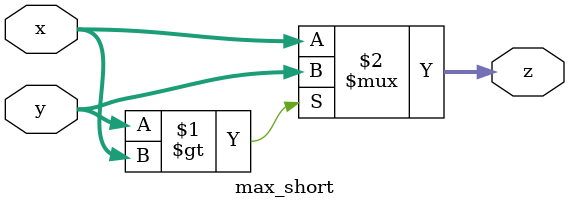
<source format=v>
module max_short(
   input [15:0] x,
	input [15:0] y,
	output [15:0] z
);
assign z = ( y > x) ? y : x;
endmodule
</source>
